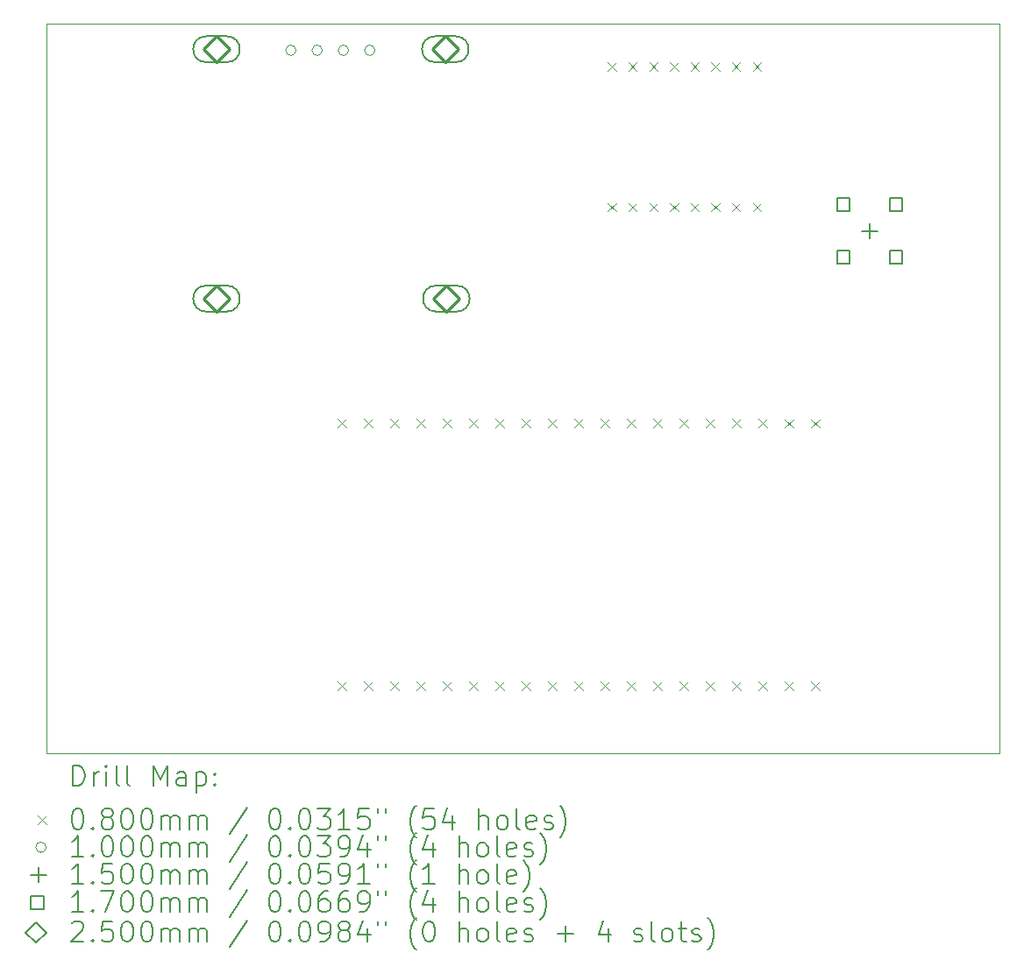
<source format=gbr>
%TF.GenerationSoftware,KiCad,Pcbnew,6.0.7+dfsg-1build1*%
%TF.CreationDate,2023-02-23T20:10:15+01:00*%
%TF.ProjectId,mqtt_bridge,6d717474-5f62-4726-9964-67652e6b6963,rev?*%
%TF.SameCoordinates,Original*%
%TF.FileFunction,Drillmap*%
%TF.FilePolarity,Positive*%
%FSLAX45Y45*%
G04 Gerber Fmt 4.5, Leading zero omitted, Abs format (unit mm)*
G04 Created by KiCad (PCBNEW 6.0.7+dfsg-1build1) date 2023-02-23 20:10:15*
%MOMM*%
%LPD*%
G01*
G04 APERTURE LIST*
%ADD10C,0.100000*%
%ADD11C,0.200000*%
%ADD12C,0.080000*%
%ADD13C,0.150000*%
%ADD14C,0.170000*%
%ADD15C,0.250000*%
G04 APERTURE END LIST*
D10*
X15900000Y-9750000D02*
X6700000Y-9750000D01*
X6700000Y-2700000D01*
X15900000Y-2700000D01*
X15900000Y-9750000D01*
D11*
D12*
X9510000Y-6520000D02*
X9590000Y-6600000D01*
X9590000Y-6520000D02*
X9510000Y-6600000D01*
X9510000Y-9060000D02*
X9590000Y-9140000D01*
X9590000Y-9060000D02*
X9510000Y-9140000D01*
X9764000Y-6520000D02*
X9844000Y-6600000D01*
X9844000Y-6520000D02*
X9764000Y-6600000D01*
X9764000Y-9060000D02*
X9844000Y-9140000D01*
X9844000Y-9060000D02*
X9764000Y-9140000D01*
X10018000Y-6520000D02*
X10098000Y-6600000D01*
X10098000Y-6520000D02*
X10018000Y-6600000D01*
X10018000Y-9060000D02*
X10098000Y-9140000D01*
X10098000Y-9060000D02*
X10018000Y-9140000D01*
X10272000Y-6520000D02*
X10352000Y-6600000D01*
X10352000Y-6520000D02*
X10272000Y-6600000D01*
X10272000Y-9060000D02*
X10352000Y-9140000D01*
X10352000Y-9060000D02*
X10272000Y-9140000D01*
X10526000Y-6520000D02*
X10606000Y-6600000D01*
X10606000Y-6520000D02*
X10526000Y-6600000D01*
X10526000Y-9060000D02*
X10606000Y-9140000D01*
X10606000Y-9060000D02*
X10526000Y-9140000D01*
X10780000Y-6520000D02*
X10860000Y-6600000D01*
X10860000Y-6520000D02*
X10780000Y-6600000D01*
X10780000Y-9060000D02*
X10860000Y-9140000D01*
X10860000Y-9060000D02*
X10780000Y-9140000D01*
X11034000Y-6520000D02*
X11114000Y-6600000D01*
X11114000Y-6520000D02*
X11034000Y-6600000D01*
X11034000Y-9060000D02*
X11114000Y-9140000D01*
X11114000Y-9060000D02*
X11034000Y-9140000D01*
X11288000Y-6520000D02*
X11368000Y-6600000D01*
X11368000Y-6520000D02*
X11288000Y-6600000D01*
X11288000Y-9060000D02*
X11368000Y-9140000D01*
X11368000Y-9060000D02*
X11288000Y-9140000D01*
X11542000Y-6520000D02*
X11622000Y-6600000D01*
X11622000Y-6520000D02*
X11542000Y-6600000D01*
X11542000Y-9060000D02*
X11622000Y-9140000D01*
X11622000Y-9060000D02*
X11542000Y-9140000D01*
X11796000Y-6520000D02*
X11876000Y-6600000D01*
X11876000Y-6520000D02*
X11796000Y-6600000D01*
X11796000Y-9060000D02*
X11876000Y-9140000D01*
X11876000Y-9060000D02*
X11796000Y-9140000D01*
X12050000Y-6520000D02*
X12130000Y-6600000D01*
X12130000Y-6520000D02*
X12050000Y-6600000D01*
X12050000Y-9060000D02*
X12130000Y-9140000D01*
X12130000Y-9060000D02*
X12050000Y-9140000D01*
X12119250Y-3070750D02*
X12199250Y-3150750D01*
X12199250Y-3070750D02*
X12119250Y-3150750D01*
X12119250Y-4430750D02*
X12199250Y-4510750D01*
X12199250Y-4430750D02*
X12119250Y-4510750D01*
X12304000Y-6520000D02*
X12384000Y-6600000D01*
X12384000Y-6520000D02*
X12304000Y-6600000D01*
X12304000Y-9060000D02*
X12384000Y-9140000D01*
X12384000Y-9060000D02*
X12304000Y-9140000D01*
X12319250Y-3070750D02*
X12399250Y-3150750D01*
X12399250Y-3070750D02*
X12319250Y-3150750D01*
X12319250Y-4430750D02*
X12399250Y-4510750D01*
X12399250Y-4430750D02*
X12319250Y-4510750D01*
X12519250Y-3070750D02*
X12599250Y-3150750D01*
X12599250Y-3070750D02*
X12519250Y-3150750D01*
X12519250Y-4430750D02*
X12599250Y-4510750D01*
X12599250Y-4430750D02*
X12519250Y-4510750D01*
X12558000Y-6520000D02*
X12638000Y-6600000D01*
X12638000Y-6520000D02*
X12558000Y-6600000D01*
X12558000Y-9060000D02*
X12638000Y-9140000D01*
X12638000Y-9060000D02*
X12558000Y-9140000D01*
X12719250Y-3070750D02*
X12799250Y-3150750D01*
X12799250Y-3070750D02*
X12719250Y-3150750D01*
X12719250Y-4430750D02*
X12799250Y-4510750D01*
X12799250Y-4430750D02*
X12719250Y-4510750D01*
X12812000Y-6520000D02*
X12892000Y-6600000D01*
X12892000Y-6520000D02*
X12812000Y-6600000D01*
X12812000Y-9060000D02*
X12892000Y-9140000D01*
X12892000Y-9060000D02*
X12812000Y-9140000D01*
X12919250Y-3070750D02*
X12999250Y-3150750D01*
X12999250Y-3070750D02*
X12919250Y-3150750D01*
X12919250Y-4430750D02*
X12999250Y-4510750D01*
X12999250Y-4430750D02*
X12919250Y-4510750D01*
X13066000Y-6520000D02*
X13146000Y-6600000D01*
X13146000Y-6520000D02*
X13066000Y-6600000D01*
X13066000Y-9060000D02*
X13146000Y-9140000D01*
X13146000Y-9060000D02*
X13066000Y-9140000D01*
X13119250Y-3070750D02*
X13199250Y-3150750D01*
X13199250Y-3070750D02*
X13119250Y-3150750D01*
X13119250Y-4430750D02*
X13199250Y-4510750D01*
X13199250Y-4430750D02*
X13119250Y-4510750D01*
X13319250Y-3070750D02*
X13399250Y-3150750D01*
X13399250Y-3070750D02*
X13319250Y-3150750D01*
X13319250Y-4430750D02*
X13399250Y-4510750D01*
X13399250Y-4430750D02*
X13319250Y-4510750D01*
X13320000Y-6520000D02*
X13400000Y-6600000D01*
X13400000Y-6520000D02*
X13320000Y-6600000D01*
X13320000Y-9060000D02*
X13400000Y-9140000D01*
X13400000Y-9060000D02*
X13320000Y-9140000D01*
X13519250Y-3070750D02*
X13599250Y-3150750D01*
X13599250Y-3070750D02*
X13519250Y-3150750D01*
X13519250Y-4430750D02*
X13599250Y-4510750D01*
X13599250Y-4430750D02*
X13519250Y-4510750D01*
X13574000Y-6520000D02*
X13654000Y-6600000D01*
X13654000Y-6520000D02*
X13574000Y-6600000D01*
X13574000Y-9060000D02*
X13654000Y-9140000D01*
X13654000Y-9060000D02*
X13574000Y-9140000D01*
X13827728Y-6520368D02*
X13907728Y-6600368D01*
X13907728Y-6520368D02*
X13827728Y-6600368D01*
X13828000Y-9060000D02*
X13908000Y-9140000D01*
X13908000Y-9060000D02*
X13828000Y-9140000D01*
X14081728Y-6520368D02*
X14161728Y-6600368D01*
X14161728Y-6520368D02*
X14081728Y-6600368D01*
X14082000Y-9060000D02*
X14162000Y-9140000D01*
X14162000Y-9060000D02*
X14082000Y-9140000D01*
D10*
X9108000Y-2955000D02*
G75*
G03*
X9108000Y-2955000I-50000J0D01*
G01*
X9362000Y-2955000D02*
G75*
G03*
X9362000Y-2955000I-50000J0D01*
G01*
X9616000Y-2955000D02*
G75*
G03*
X9616000Y-2955000I-50000J0D01*
G01*
X9870000Y-2955000D02*
G75*
G03*
X9870000Y-2955000I-50000J0D01*
G01*
D13*
X14650000Y-4625000D02*
X14650000Y-4775000D01*
X14575000Y-4700000D02*
X14725000Y-4700000D01*
D14*
X14456105Y-4506105D02*
X14456105Y-4385895D01*
X14335895Y-4385895D01*
X14335895Y-4506105D01*
X14456105Y-4506105D01*
X14456105Y-5014105D02*
X14456105Y-4893895D01*
X14335895Y-4893895D01*
X14335895Y-5014105D01*
X14456105Y-5014105D01*
X14964105Y-4506105D02*
X14964105Y-4385895D01*
X14843895Y-4385895D01*
X14843895Y-4506105D01*
X14964105Y-4506105D01*
X14964105Y-5014105D02*
X14964105Y-4893895D01*
X14843895Y-4893895D01*
X14843895Y-5014105D01*
X14964105Y-5014105D01*
D15*
X8340000Y-3070000D02*
X8465000Y-2945000D01*
X8340000Y-2820000D01*
X8215000Y-2945000D01*
X8340000Y-3070000D01*
D11*
X8440000Y-2820000D02*
X8240000Y-2820000D01*
X8440000Y-3070000D02*
X8240000Y-3070000D01*
X8240000Y-2820000D02*
G75*
G03*
X8240000Y-3070000I0J-125000D01*
G01*
X8440000Y-3070000D02*
G75*
G03*
X8440000Y-2820000I0J125000D01*
G01*
D15*
X8340000Y-5480000D02*
X8465000Y-5355000D01*
X8340000Y-5230000D01*
X8215000Y-5355000D01*
X8340000Y-5480000D01*
D11*
X8440000Y-5230000D02*
X8240000Y-5230000D01*
X8440000Y-5480000D02*
X8240000Y-5480000D01*
X8240000Y-5230000D02*
G75*
G03*
X8240000Y-5480000I0J-125000D01*
G01*
X8440000Y-5480000D02*
G75*
G03*
X8440000Y-5230000I0J125000D01*
G01*
D15*
X10550000Y-3070000D02*
X10675000Y-2945000D01*
X10550000Y-2820000D01*
X10425000Y-2945000D01*
X10550000Y-3070000D01*
D11*
X10650000Y-2820000D02*
X10450000Y-2820000D01*
X10650000Y-3070000D02*
X10450000Y-3070000D01*
X10450000Y-2820000D02*
G75*
G03*
X10450000Y-3070000I0J-125000D01*
G01*
X10650000Y-3070000D02*
G75*
G03*
X10650000Y-2820000I0J125000D01*
G01*
D15*
X10560000Y-5480000D02*
X10685000Y-5355000D01*
X10560000Y-5230000D01*
X10435000Y-5355000D01*
X10560000Y-5480000D01*
D11*
X10660000Y-5230000D02*
X10460000Y-5230000D01*
X10660000Y-5480000D02*
X10460000Y-5480000D01*
X10460000Y-5230000D02*
G75*
G03*
X10460000Y-5480000I0J-125000D01*
G01*
X10660000Y-5480000D02*
G75*
G03*
X10660000Y-5230000I0J125000D01*
G01*
X6952619Y-10065476D02*
X6952619Y-9865476D01*
X7000238Y-9865476D01*
X7028809Y-9875000D01*
X7047857Y-9894048D01*
X7057381Y-9913095D01*
X7066905Y-9951190D01*
X7066905Y-9979762D01*
X7057381Y-10017857D01*
X7047857Y-10036905D01*
X7028809Y-10055952D01*
X7000238Y-10065476D01*
X6952619Y-10065476D01*
X7152619Y-10065476D02*
X7152619Y-9932143D01*
X7152619Y-9970238D02*
X7162143Y-9951190D01*
X7171667Y-9941667D01*
X7190714Y-9932143D01*
X7209762Y-9932143D01*
X7276428Y-10065476D02*
X7276428Y-9932143D01*
X7276428Y-9865476D02*
X7266905Y-9875000D01*
X7276428Y-9884524D01*
X7285952Y-9875000D01*
X7276428Y-9865476D01*
X7276428Y-9884524D01*
X7400238Y-10065476D02*
X7381190Y-10055952D01*
X7371667Y-10036905D01*
X7371667Y-9865476D01*
X7505000Y-10065476D02*
X7485952Y-10055952D01*
X7476428Y-10036905D01*
X7476428Y-9865476D01*
X7733571Y-10065476D02*
X7733571Y-9865476D01*
X7800238Y-10008333D01*
X7866905Y-9865476D01*
X7866905Y-10065476D01*
X8047857Y-10065476D02*
X8047857Y-9960714D01*
X8038333Y-9941667D01*
X8019286Y-9932143D01*
X7981190Y-9932143D01*
X7962143Y-9941667D01*
X8047857Y-10055952D02*
X8028809Y-10065476D01*
X7981190Y-10065476D01*
X7962143Y-10055952D01*
X7952619Y-10036905D01*
X7952619Y-10017857D01*
X7962143Y-9998810D01*
X7981190Y-9989286D01*
X8028809Y-9989286D01*
X8047857Y-9979762D01*
X8143095Y-9932143D02*
X8143095Y-10132143D01*
X8143095Y-9941667D02*
X8162143Y-9932143D01*
X8200238Y-9932143D01*
X8219286Y-9941667D01*
X8228809Y-9951190D01*
X8238333Y-9970238D01*
X8238333Y-10027381D01*
X8228809Y-10046429D01*
X8219286Y-10055952D01*
X8200238Y-10065476D01*
X8162143Y-10065476D01*
X8143095Y-10055952D01*
X8324048Y-10046429D02*
X8333571Y-10055952D01*
X8324048Y-10065476D01*
X8314524Y-10055952D01*
X8324048Y-10046429D01*
X8324048Y-10065476D01*
X8324048Y-9941667D02*
X8333571Y-9951190D01*
X8324048Y-9960714D01*
X8314524Y-9951190D01*
X8324048Y-9941667D01*
X8324048Y-9960714D01*
D12*
X6615000Y-10355000D02*
X6695000Y-10435000D01*
X6695000Y-10355000D02*
X6615000Y-10435000D01*
D11*
X6990714Y-10285476D02*
X7009762Y-10285476D01*
X7028809Y-10295000D01*
X7038333Y-10304524D01*
X7047857Y-10323571D01*
X7057381Y-10361667D01*
X7057381Y-10409286D01*
X7047857Y-10447381D01*
X7038333Y-10466429D01*
X7028809Y-10475952D01*
X7009762Y-10485476D01*
X6990714Y-10485476D01*
X6971667Y-10475952D01*
X6962143Y-10466429D01*
X6952619Y-10447381D01*
X6943095Y-10409286D01*
X6943095Y-10361667D01*
X6952619Y-10323571D01*
X6962143Y-10304524D01*
X6971667Y-10295000D01*
X6990714Y-10285476D01*
X7143095Y-10466429D02*
X7152619Y-10475952D01*
X7143095Y-10485476D01*
X7133571Y-10475952D01*
X7143095Y-10466429D01*
X7143095Y-10485476D01*
X7266905Y-10371190D02*
X7247857Y-10361667D01*
X7238333Y-10352143D01*
X7228809Y-10333095D01*
X7228809Y-10323571D01*
X7238333Y-10304524D01*
X7247857Y-10295000D01*
X7266905Y-10285476D01*
X7305000Y-10285476D01*
X7324048Y-10295000D01*
X7333571Y-10304524D01*
X7343095Y-10323571D01*
X7343095Y-10333095D01*
X7333571Y-10352143D01*
X7324048Y-10361667D01*
X7305000Y-10371190D01*
X7266905Y-10371190D01*
X7247857Y-10380714D01*
X7238333Y-10390238D01*
X7228809Y-10409286D01*
X7228809Y-10447381D01*
X7238333Y-10466429D01*
X7247857Y-10475952D01*
X7266905Y-10485476D01*
X7305000Y-10485476D01*
X7324048Y-10475952D01*
X7333571Y-10466429D01*
X7343095Y-10447381D01*
X7343095Y-10409286D01*
X7333571Y-10390238D01*
X7324048Y-10380714D01*
X7305000Y-10371190D01*
X7466905Y-10285476D02*
X7485952Y-10285476D01*
X7505000Y-10295000D01*
X7514524Y-10304524D01*
X7524048Y-10323571D01*
X7533571Y-10361667D01*
X7533571Y-10409286D01*
X7524048Y-10447381D01*
X7514524Y-10466429D01*
X7505000Y-10475952D01*
X7485952Y-10485476D01*
X7466905Y-10485476D01*
X7447857Y-10475952D01*
X7438333Y-10466429D01*
X7428809Y-10447381D01*
X7419286Y-10409286D01*
X7419286Y-10361667D01*
X7428809Y-10323571D01*
X7438333Y-10304524D01*
X7447857Y-10295000D01*
X7466905Y-10285476D01*
X7657381Y-10285476D02*
X7676428Y-10285476D01*
X7695476Y-10295000D01*
X7705000Y-10304524D01*
X7714524Y-10323571D01*
X7724048Y-10361667D01*
X7724048Y-10409286D01*
X7714524Y-10447381D01*
X7705000Y-10466429D01*
X7695476Y-10475952D01*
X7676428Y-10485476D01*
X7657381Y-10485476D01*
X7638333Y-10475952D01*
X7628809Y-10466429D01*
X7619286Y-10447381D01*
X7609762Y-10409286D01*
X7609762Y-10361667D01*
X7619286Y-10323571D01*
X7628809Y-10304524D01*
X7638333Y-10295000D01*
X7657381Y-10285476D01*
X7809762Y-10485476D02*
X7809762Y-10352143D01*
X7809762Y-10371190D02*
X7819286Y-10361667D01*
X7838333Y-10352143D01*
X7866905Y-10352143D01*
X7885952Y-10361667D01*
X7895476Y-10380714D01*
X7895476Y-10485476D01*
X7895476Y-10380714D02*
X7905000Y-10361667D01*
X7924048Y-10352143D01*
X7952619Y-10352143D01*
X7971667Y-10361667D01*
X7981190Y-10380714D01*
X7981190Y-10485476D01*
X8076428Y-10485476D02*
X8076428Y-10352143D01*
X8076428Y-10371190D02*
X8085952Y-10361667D01*
X8105000Y-10352143D01*
X8133571Y-10352143D01*
X8152619Y-10361667D01*
X8162143Y-10380714D01*
X8162143Y-10485476D01*
X8162143Y-10380714D02*
X8171667Y-10361667D01*
X8190714Y-10352143D01*
X8219286Y-10352143D01*
X8238333Y-10361667D01*
X8247857Y-10380714D01*
X8247857Y-10485476D01*
X8638333Y-10275952D02*
X8466905Y-10533095D01*
X8895476Y-10285476D02*
X8914524Y-10285476D01*
X8933571Y-10295000D01*
X8943095Y-10304524D01*
X8952619Y-10323571D01*
X8962143Y-10361667D01*
X8962143Y-10409286D01*
X8952619Y-10447381D01*
X8943095Y-10466429D01*
X8933571Y-10475952D01*
X8914524Y-10485476D01*
X8895476Y-10485476D01*
X8876429Y-10475952D01*
X8866905Y-10466429D01*
X8857381Y-10447381D01*
X8847857Y-10409286D01*
X8847857Y-10361667D01*
X8857381Y-10323571D01*
X8866905Y-10304524D01*
X8876429Y-10295000D01*
X8895476Y-10285476D01*
X9047857Y-10466429D02*
X9057381Y-10475952D01*
X9047857Y-10485476D01*
X9038333Y-10475952D01*
X9047857Y-10466429D01*
X9047857Y-10485476D01*
X9181190Y-10285476D02*
X9200238Y-10285476D01*
X9219286Y-10295000D01*
X9228810Y-10304524D01*
X9238333Y-10323571D01*
X9247857Y-10361667D01*
X9247857Y-10409286D01*
X9238333Y-10447381D01*
X9228810Y-10466429D01*
X9219286Y-10475952D01*
X9200238Y-10485476D01*
X9181190Y-10485476D01*
X9162143Y-10475952D01*
X9152619Y-10466429D01*
X9143095Y-10447381D01*
X9133571Y-10409286D01*
X9133571Y-10361667D01*
X9143095Y-10323571D01*
X9152619Y-10304524D01*
X9162143Y-10295000D01*
X9181190Y-10285476D01*
X9314524Y-10285476D02*
X9438333Y-10285476D01*
X9371667Y-10361667D01*
X9400238Y-10361667D01*
X9419286Y-10371190D01*
X9428810Y-10380714D01*
X9438333Y-10399762D01*
X9438333Y-10447381D01*
X9428810Y-10466429D01*
X9419286Y-10475952D01*
X9400238Y-10485476D01*
X9343095Y-10485476D01*
X9324048Y-10475952D01*
X9314524Y-10466429D01*
X9628810Y-10485476D02*
X9514524Y-10485476D01*
X9571667Y-10485476D02*
X9571667Y-10285476D01*
X9552619Y-10314048D01*
X9533571Y-10333095D01*
X9514524Y-10342619D01*
X9809762Y-10285476D02*
X9714524Y-10285476D01*
X9705000Y-10380714D01*
X9714524Y-10371190D01*
X9733571Y-10361667D01*
X9781190Y-10361667D01*
X9800238Y-10371190D01*
X9809762Y-10380714D01*
X9819286Y-10399762D01*
X9819286Y-10447381D01*
X9809762Y-10466429D01*
X9800238Y-10475952D01*
X9781190Y-10485476D01*
X9733571Y-10485476D01*
X9714524Y-10475952D01*
X9705000Y-10466429D01*
X9895476Y-10285476D02*
X9895476Y-10323571D01*
X9971667Y-10285476D02*
X9971667Y-10323571D01*
X10266905Y-10561667D02*
X10257381Y-10552143D01*
X10238333Y-10523571D01*
X10228810Y-10504524D01*
X10219286Y-10475952D01*
X10209762Y-10428333D01*
X10209762Y-10390238D01*
X10219286Y-10342619D01*
X10228810Y-10314048D01*
X10238333Y-10295000D01*
X10257381Y-10266429D01*
X10266905Y-10256905D01*
X10438333Y-10285476D02*
X10343095Y-10285476D01*
X10333571Y-10380714D01*
X10343095Y-10371190D01*
X10362143Y-10361667D01*
X10409762Y-10361667D01*
X10428810Y-10371190D01*
X10438333Y-10380714D01*
X10447857Y-10399762D01*
X10447857Y-10447381D01*
X10438333Y-10466429D01*
X10428810Y-10475952D01*
X10409762Y-10485476D01*
X10362143Y-10485476D01*
X10343095Y-10475952D01*
X10333571Y-10466429D01*
X10619286Y-10352143D02*
X10619286Y-10485476D01*
X10571667Y-10275952D02*
X10524048Y-10418810D01*
X10647857Y-10418810D01*
X10876429Y-10485476D02*
X10876429Y-10285476D01*
X10962143Y-10485476D02*
X10962143Y-10380714D01*
X10952619Y-10361667D01*
X10933571Y-10352143D01*
X10905000Y-10352143D01*
X10885952Y-10361667D01*
X10876429Y-10371190D01*
X11085952Y-10485476D02*
X11066905Y-10475952D01*
X11057381Y-10466429D01*
X11047857Y-10447381D01*
X11047857Y-10390238D01*
X11057381Y-10371190D01*
X11066905Y-10361667D01*
X11085952Y-10352143D01*
X11114524Y-10352143D01*
X11133571Y-10361667D01*
X11143095Y-10371190D01*
X11152619Y-10390238D01*
X11152619Y-10447381D01*
X11143095Y-10466429D01*
X11133571Y-10475952D01*
X11114524Y-10485476D01*
X11085952Y-10485476D01*
X11266905Y-10485476D02*
X11247857Y-10475952D01*
X11238333Y-10456905D01*
X11238333Y-10285476D01*
X11419286Y-10475952D02*
X11400238Y-10485476D01*
X11362143Y-10485476D01*
X11343095Y-10475952D01*
X11333571Y-10456905D01*
X11333571Y-10380714D01*
X11343095Y-10361667D01*
X11362143Y-10352143D01*
X11400238Y-10352143D01*
X11419286Y-10361667D01*
X11428809Y-10380714D01*
X11428809Y-10399762D01*
X11333571Y-10418810D01*
X11505000Y-10475952D02*
X11524048Y-10485476D01*
X11562143Y-10485476D01*
X11581190Y-10475952D01*
X11590714Y-10456905D01*
X11590714Y-10447381D01*
X11581190Y-10428333D01*
X11562143Y-10418810D01*
X11533571Y-10418810D01*
X11514524Y-10409286D01*
X11505000Y-10390238D01*
X11505000Y-10380714D01*
X11514524Y-10361667D01*
X11533571Y-10352143D01*
X11562143Y-10352143D01*
X11581190Y-10361667D01*
X11657381Y-10561667D02*
X11666905Y-10552143D01*
X11685952Y-10523571D01*
X11695476Y-10504524D01*
X11705000Y-10475952D01*
X11714524Y-10428333D01*
X11714524Y-10390238D01*
X11705000Y-10342619D01*
X11695476Y-10314048D01*
X11685952Y-10295000D01*
X11666905Y-10266429D01*
X11657381Y-10256905D01*
D10*
X6695000Y-10659000D02*
G75*
G03*
X6695000Y-10659000I-50000J0D01*
G01*
D11*
X7057381Y-10749476D02*
X6943095Y-10749476D01*
X7000238Y-10749476D02*
X7000238Y-10549476D01*
X6981190Y-10578048D01*
X6962143Y-10597095D01*
X6943095Y-10606619D01*
X7143095Y-10730429D02*
X7152619Y-10739952D01*
X7143095Y-10749476D01*
X7133571Y-10739952D01*
X7143095Y-10730429D01*
X7143095Y-10749476D01*
X7276428Y-10549476D02*
X7295476Y-10549476D01*
X7314524Y-10559000D01*
X7324048Y-10568524D01*
X7333571Y-10587571D01*
X7343095Y-10625667D01*
X7343095Y-10673286D01*
X7333571Y-10711381D01*
X7324048Y-10730429D01*
X7314524Y-10739952D01*
X7295476Y-10749476D01*
X7276428Y-10749476D01*
X7257381Y-10739952D01*
X7247857Y-10730429D01*
X7238333Y-10711381D01*
X7228809Y-10673286D01*
X7228809Y-10625667D01*
X7238333Y-10587571D01*
X7247857Y-10568524D01*
X7257381Y-10559000D01*
X7276428Y-10549476D01*
X7466905Y-10549476D02*
X7485952Y-10549476D01*
X7505000Y-10559000D01*
X7514524Y-10568524D01*
X7524048Y-10587571D01*
X7533571Y-10625667D01*
X7533571Y-10673286D01*
X7524048Y-10711381D01*
X7514524Y-10730429D01*
X7505000Y-10739952D01*
X7485952Y-10749476D01*
X7466905Y-10749476D01*
X7447857Y-10739952D01*
X7438333Y-10730429D01*
X7428809Y-10711381D01*
X7419286Y-10673286D01*
X7419286Y-10625667D01*
X7428809Y-10587571D01*
X7438333Y-10568524D01*
X7447857Y-10559000D01*
X7466905Y-10549476D01*
X7657381Y-10549476D02*
X7676428Y-10549476D01*
X7695476Y-10559000D01*
X7705000Y-10568524D01*
X7714524Y-10587571D01*
X7724048Y-10625667D01*
X7724048Y-10673286D01*
X7714524Y-10711381D01*
X7705000Y-10730429D01*
X7695476Y-10739952D01*
X7676428Y-10749476D01*
X7657381Y-10749476D01*
X7638333Y-10739952D01*
X7628809Y-10730429D01*
X7619286Y-10711381D01*
X7609762Y-10673286D01*
X7609762Y-10625667D01*
X7619286Y-10587571D01*
X7628809Y-10568524D01*
X7638333Y-10559000D01*
X7657381Y-10549476D01*
X7809762Y-10749476D02*
X7809762Y-10616143D01*
X7809762Y-10635190D02*
X7819286Y-10625667D01*
X7838333Y-10616143D01*
X7866905Y-10616143D01*
X7885952Y-10625667D01*
X7895476Y-10644714D01*
X7895476Y-10749476D01*
X7895476Y-10644714D02*
X7905000Y-10625667D01*
X7924048Y-10616143D01*
X7952619Y-10616143D01*
X7971667Y-10625667D01*
X7981190Y-10644714D01*
X7981190Y-10749476D01*
X8076428Y-10749476D02*
X8076428Y-10616143D01*
X8076428Y-10635190D02*
X8085952Y-10625667D01*
X8105000Y-10616143D01*
X8133571Y-10616143D01*
X8152619Y-10625667D01*
X8162143Y-10644714D01*
X8162143Y-10749476D01*
X8162143Y-10644714D02*
X8171667Y-10625667D01*
X8190714Y-10616143D01*
X8219286Y-10616143D01*
X8238333Y-10625667D01*
X8247857Y-10644714D01*
X8247857Y-10749476D01*
X8638333Y-10539952D02*
X8466905Y-10797095D01*
X8895476Y-10549476D02*
X8914524Y-10549476D01*
X8933571Y-10559000D01*
X8943095Y-10568524D01*
X8952619Y-10587571D01*
X8962143Y-10625667D01*
X8962143Y-10673286D01*
X8952619Y-10711381D01*
X8943095Y-10730429D01*
X8933571Y-10739952D01*
X8914524Y-10749476D01*
X8895476Y-10749476D01*
X8876429Y-10739952D01*
X8866905Y-10730429D01*
X8857381Y-10711381D01*
X8847857Y-10673286D01*
X8847857Y-10625667D01*
X8857381Y-10587571D01*
X8866905Y-10568524D01*
X8876429Y-10559000D01*
X8895476Y-10549476D01*
X9047857Y-10730429D02*
X9057381Y-10739952D01*
X9047857Y-10749476D01*
X9038333Y-10739952D01*
X9047857Y-10730429D01*
X9047857Y-10749476D01*
X9181190Y-10549476D02*
X9200238Y-10549476D01*
X9219286Y-10559000D01*
X9228810Y-10568524D01*
X9238333Y-10587571D01*
X9247857Y-10625667D01*
X9247857Y-10673286D01*
X9238333Y-10711381D01*
X9228810Y-10730429D01*
X9219286Y-10739952D01*
X9200238Y-10749476D01*
X9181190Y-10749476D01*
X9162143Y-10739952D01*
X9152619Y-10730429D01*
X9143095Y-10711381D01*
X9133571Y-10673286D01*
X9133571Y-10625667D01*
X9143095Y-10587571D01*
X9152619Y-10568524D01*
X9162143Y-10559000D01*
X9181190Y-10549476D01*
X9314524Y-10549476D02*
X9438333Y-10549476D01*
X9371667Y-10625667D01*
X9400238Y-10625667D01*
X9419286Y-10635190D01*
X9428810Y-10644714D01*
X9438333Y-10663762D01*
X9438333Y-10711381D01*
X9428810Y-10730429D01*
X9419286Y-10739952D01*
X9400238Y-10749476D01*
X9343095Y-10749476D01*
X9324048Y-10739952D01*
X9314524Y-10730429D01*
X9533571Y-10749476D02*
X9571667Y-10749476D01*
X9590714Y-10739952D01*
X9600238Y-10730429D01*
X9619286Y-10701857D01*
X9628810Y-10663762D01*
X9628810Y-10587571D01*
X9619286Y-10568524D01*
X9609762Y-10559000D01*
X9590714Y-10549476D01*
X9552619Y-10549476D01*
X9533571Y-10559000D01*
X9524048Y-10568524D01*
X9514524Y-10587571D01*
X9514524Y-10635190D01*
X9524048Y-10654238D01*
X9533571Y-10663762D01*
X9552619Y-10673286D01*
X9590714Y-10673286D01*
X9609762Y-10663762D01*
X9619286Y-10654238D01*
X9628810Y-10635190D01*
X9800238Y-10616143D02*
X9800238Y-10749476D01*
X9752619Y-10539952D02*
X9705000Y-10682810D01*
X9828810Y-10682810D01*
X9895476Y-10549476D02*
X9895476Y-10587571D01*
X9971667Y-10549476D02*
X9971667Y-10587571D01*
X10266905Y-10825667D02*
X10257381Y-10816143D01*
X10238333Y-10787571D01*
X10228810Y-10768524D01*
X10219286Y-10739952D01*
X10209762Y-10692333D01*
X10209762Y-10654238D01*
X10219286Y-10606619D01*
X10228810Y-10578048D01*
X10238333Y-10559000D01*
X10257381Y-10530429D01*
X10266905Y-10520905D01*
X10428810Y-10616143D02*
X10428810Y-10749476D01*
X10381190Y-10539952D02*
X10333571Y-10682810D01*
X10457381Y-10682810D01*
X10685952Y-10749476D02*
X10685952Y-10549476D01*
X10771667Y-10749476D02*
X10771667Y-10644714D01*
X10762143Y-10625667D01*
X10743095Y-10616143D01*
X10714524Y-10616143D01*
X10695476Y-10625667D01*
X10685952Y-10635190D01*
X10895476Y-10749476D02*
X10876429Y-10739952D01*
X10866905Y-10730429D01*
X10857381Y-10711381D01*
X10857381Y-10654238D01*
X10866905Y-10635190D01*
X10876429Y-10625667D01*
X10895476Y-10616143D01*
X10924048Y-10616143D01*
X10943095Y-10625667D01*
X10952619Y-10635190D01*
X10962143Y-10654238D01*
X10962143Y-10711381D01*
X10952619Y-10730429D01*
X10943095Y-10739952D01*
X10924048Y-10749476D01*
X10895476Y-10749476D01*
X11076429Y-10749476D02*
X11057381Y-10739952D01*
X11047857Y-10720905D01*
X11047857Y-10549476D01*
X11228809Y-10739952D02*
X11209762Y-10749476D01*
X11171667Y-10749476D01*
X11152619Y-10739952D01*
X11143095Y-10720905D01*
X11143095Y-10644714D01*
X11152619Y-10625667D01*
X11171667Y-10616143D01*
X11209762Y-10616143D01*
X11228809Y-10625667D01*
X11238333Y-10644714D01*
X11238333Y-10663762D01*
X11143095Y-10682810D01*
X11314524Y-10739952D02*
X11333571Y-10749476D01*
X11371667Y-10749476D01*
X11390714Y-10739952D01*
X11400238Y-10720905D01*
X11400238Y-10711381D01*
X11390714Y-10692333D01*
X11371667Y-10682810D01*
X11343095Y-10682810D01*
X11324048Y-10673286D01*
X11314524Y-10654238D01*
X11314524Y-10644714D01*
X11324048Y-10625667D01*
X11343095Y-10616143D01*
X11371667Y-10616143D01*
X11390714Y-10625667D01*
X11466905Y-10825667D02*
X11476428Y-10816143D01*
X11495476Y-10787571D01*
X11505000Y-10768524D01*
X11514524Y-10739952D01*
X11524048Y-10692333D01*
X11524048Y-10654238D01*
X11514524Y-10606619D01*
X11505000Y-10578048D01*
X11495476Y-10559000D01*
X11476428Y-10530429D01*
X11466905Y-10520905D01*
D13*
X6620000Y-10848000D02*
X6620000Y-10998000D01*
X6545000Y-10923000D02*
X6695000Y-10923000D01*
D11*
X7057381Y-11013476D02*
X6943095Y-11013476D01*
X7000238Y-11013476D02*
X7000238Y-10813476D01*
X6981190Y-10842048D01*
X6962143Y-10861095D01*
X6943095Y-10870619D01*
X7143095Y-10994429D02*
X7152619Y-11003952D01*
X7143095Y-11013476D01*
X7133571Y-11003952D01*
X7143095Y-10994429D01*
X7143095Y-11013476D01*
X7333571Y-10813476D02*
X7238333Y-10813476D01*
X7228809Y-10908714D01*
X7238333Y-10899190D01*
X7257381Y-10889667D01*
X7305000Y-10889667D01*
X7324048Y-10899190D01*
X7333571Y-10908714D01*
X7343095Y-10927762D01*
X7343095Y-10975381D01*
X7333571Y-10994429D01*
X7324048Y-11003952D01*
X7305000Y-11013476D01*
X7257381Y-11013476D01*
X7238333Y-11003952D01*
X7228809Y-10994429D01*
X7466905Y-10813476D02*
X7485952Y-10813476D01*
X7505000Y-10823000D01*
X7514524Y-10832524D01*
X7524048Y-10851571D01*
X7533571Y-10889667D01*
X7533571Y-10937286D01*
X7524048Y-10975381D01*
X7514524Y-10994429D01*
X7505000Y-11003952D01*
X7485952Y-11013476D01*
X7466905Y-11013476D01*
X7447857Y-11003952D01*
X7438333Y-10994429D01*
X7428809Y-10975381D01*
X7419286Y-10937286D01*
X7419286Y-10889667D01*
X7428809Y-10851571D01*
X7438333Y-10832524D01*
X7447857Y-10823000D01*
X7466905Y-10813476D01*
X7657381Y-10813476D02*
X7676428Y-10813476D01*
X7695476Y-10823000D01*
X7705000Y-10832524D01*
X7714524Y-10851571D01*
X7724048Y-10889667D01*
X7724048Y-10937286D01*
X7714524Y-10975381D01*
X7705000Y-10994429D01*
X7695476Y-11003952D01*
X7676428Y-11013476D01*
X7657381Y-11013476D01*
X7638333Y-11003952D01*
X7628809Y-10994429D01*
X7619286Y-10975381D01*
X7609762Y-10937286D01*
X7609762Y-10889667D01*
X7619286Y-10851571D01*
X7628809Y-10832524D01*
X7638333Y-10823000D01*
X7657381Y-10813476D01*
X7809762Y-11013476D02*
X7809762Y-10880143D01*
X7809762Y-10899190D02*
X7819286Y-10889667D01*
X7838333Y-10880143D01*
X7866905Y-10880143D01*
X7885952Y-10889667D01*
X7895476Y-10908714D01*
X7895476Y-11013476D01*
X7895476Y-10908714D02*
X7905000Y-10889667D01*
X7924048Y-10880143D01*
X7952619Y-10880143D01*
X7971667Y-10889667D01*
X7981190Y-10908714D01*
X7981190Y-11013476D01*
X8076428Y-11013476D02*
X8076428Y-10880143D01*
X8076428Y-10899190D02*
X8085952Y-10889667D01*
X8105000Y-10880143D01*
X8133571Y-10880143D01*
X8152619Y-10889667D01*
X8162143Y-10908714D01*
X8162143Y-11013476D01*
X8162143Y-10908714D02*
X8171667Y-10889667D01*
X8190714Y-10880143D01*
X8219286Y-10880143D01*
X8238333Y-10889667D01*
X8247857Y-10908714D01*
X8247857Y-11013476D01*
X8638333Y-10803952D02*
X8466905Y-11061095D01*
X8895476Y-10813476D02*
X8914524Y-10813476D01*
X8933571Y-10823000D01*
X8943095Y-10832524D01*
X8952619Y-10851571D01*
X8962143Y-10889667D01*
X8962143Y-10937286D01*
X8952619Y-10975381D01*
X8943095Y-10994429D01*
X8933571Y-11003952D01*
X8914524Y-11013476D01*
X8895476Y-11013476D01*
X8876429Y-11003952D01*
X8866905Y-10994429D01*
X8857381Y-10975381D01*
X8847857Y-10937286D01*
X8847857Y-10889667D01*
X8857381Y-10851571D01*
X8866905Y-10832524D01*
X8876429Y-10823000D01*
X8895476Y-10813476D01*
X9047857Y-10994429D02*
X9057381Y-11003952D01*
X9047857Y-11013476D01*
X9038333Y-11003952D01*
X9047857Y-10994429D01*
X9047857Y-11013476D01*
X9181190Y-10813476D02*
X9200238Y-10813476D01*
X9219286Y-10823000D01*
X9228810Y-10832524D01*
X9238333Y-10851571D01*
X9247857Y-10889667D01*
X9247857Y-10937286D01*
X9238333Y-10975381D01*
X9228810Y-10994429D01*
X9219286Y-11003952D01*
X9200238Y-11013476D01*
X9181190Y-11013476D01*
X9162143Y-11003952D01*
X9152619Y-10994429D01*
X9143095Y-10975381D01*
X9133571Y-10937286D01*
X9133571Y-10889667D01*
X9143095Y-10851571D01*
X9152619Y-10832524D01*
X9162143Y-10823000D01*
X9181190Y-10813476D01*
X9428810Y-10813476D02*
X9333571Y-10813476D01*
X9324048Y-10908714D01*
X9333571Y-10899190D01*
X9352619Y-10889667D01*
X9400238Y-10889667D01*
X9419286Y-10899190D01*
X9428810Y-10908714D01*
X9438333Y-10927762D01*
X9438333Y-10975381D01*
X9428810Y-10994429D01*
X9419286Y-11003952D01*
X9400238Y-11013476D01*
X9352619Y-11013476D01*
X9333571Y-11003952D01*
X9324048Y-10994429D01*
X9533571Y-11013476D02*
X9571667Y-11013476D01*
X9590714Y-11003952D01*
X9600238Y-10994429D01*
X9619286Y-10965857D01*
X9628810Y-10927762D01*
X9628810Y-10851571D01*
X9619286Y-10832524D01*
X9609762Y-10823000D01*
X9590714Y-10813476D01*
X9552619Y-10813476D01*
X9533571Y-10823000D01*
X9524048Y-10832524D01*
X9514524Y-10851571D01*
X9514524Y-10899190D01*
X9524048Y-10918238D01*
X9533571Y-10927762D01*
X9552619Y-10937286D01*
X9590714Y-10937286D01*
X9609762Y-10927762D01*
X9619286Y-10918238D01*
X9628810Y-10899190D01*
X9819286Y-11013476D02*
X9705000Y-11013476D01*
X9762143Y-11013476D02*
X9762143Y-10813476D01*
X9743095Y-10842048D01*
X9724048Y-10861095D01*
X9705000Y-10870619D01*
X9895476Y-10813476D02*
X9895476Y-10851571D01*
X9971667Y-10813476D02*
X9971667Y-10851571D01*
X10266905Y-11089667D02*
X10257381Y-11080143D01*
X10238333Y-11051571D01*
X10228810Y-11032524D01*
X10219286Y-11003952D01*
X10209762Y-10956333D01*
X10209762Y-10918238D01*
X10219286Y-10870619D01*
X10228810Y-10842048D01*
X10238333Y-10823000D01*
X10257381Y-10794429D01*
X10266905Y-10784905D01*
X10447857Y-11013476D02*
X10333571Y-11013476D01*
X10390714Y-11013476D02*
X10390714Y-10813476D01*
X10371667Y-10842048D01*
X10352619Y-10861095D01*
X10333571Y-10870619D01*
X10685952Y-11013476D02*
X10685952Y-10813476D01*
X10771667Y-11013476D02*
X10771667Y-10908714D01*
X10762143Y-10889667D01*
X10743095Y-10880143D01*
X10714524Y-10880143D01*
X10695476Y-10889667D01*
X10685952Y-10899190D01*
X10895476Y-11013476D02*
X10876429Y-11003952D01*
X10866905Y-10994429D01*
X10857381Y-10975381D01*
X10857381Y-10918238D01*
X10866905Y-10899190D01*
X10876429Y-10889667D01*
X10895476Y-10880143D01*
X10924048Y-10880143D01*
X10943095Y-10889667D01*
X10952619Y-10899190D01*
X10962143Y-10918238D01*
X10962143Y-10975381D01*
X10952619Y-10994429D01*
X10943095Y-11003952D01*
X10924048Y-11013476D01*
X10895476Y-11013476D01*
X11076429Y-11013476D02*
X11057381Y-11003952D01*
X11047857Y-10984905D01*
X11047857Y-10813476D01*
X11228809Y-11003952D02*
X11209762Y-11013476D01*
X11171667Y-11013476D01*
X11152619Y-11003952D01*
X11143095Y-10984905D01*
X11143095Y-10908714D01*
X11152619Y-10889667D01*
X11171667Y-10880143D01*
X11209762Y-10880143D01*
X11228809Y-10889667D01*
X11238333Y-10908714D01*
X11238333Y-10927762D01*
X11143095Y-10946810D01*
X11305000Y-11089667D02*
X11314524Y-11080143D01*
X11333571Y-11051571D01*
X11343095Y-11032524D01*
X11352619Y-11003952D01*
X11362143Y-10956333D01*
X11362143Y-10918238D01*
X11352619Y-10870619D01*
X11343095Y-10842048D01*
X11333571Y-10823000D01*
X11314524Y-10794429D01*
X11305000Y-10784905D01*
D14*
X6670105Y-11253105D02*
X6670105Y-11132895D01*
X6549895Y-11132895D01*
X6549895Y-11253105D01*
X6670105Y-11253105D01*
D11*
X7057381Y-11283476D02*
X6943095Y-11283476D01*
X7000238Y-11283476D02*
X7000238Y-11083476D01*
X6981190Y-11112048D01*
X6962143Y-11131095D01*
X6943095Y-11140619D01*
X7143095Y-11264428D02*
X7152619Y-11273952D01*
X7143095Y-11283476D01*
X7133571Y-11273952D01*
X7143095Y-11264428D01*
X7143095Y-11283476D01*
X7219286Y-11083476D02*
X7352619Y-11083476D01*
X7266905Y-11283476D01*
X7466905Y-11083476D02*
X7485952Y-11083476D01*
X7505000Y-11093000D01*
X7514524Y-11102524D01*
X7524048Y-11121571D01*
X7533571Y-11159667D01*
X7533571Y-11207286D01*
X7524048Y-11245381D01*
X7514524Y-11264428D01*
X7505000Y-11273952D01*
X7485952Y-11283476D01*
X7466905Y-11283476D01*
X7447857Y-11273952D01*
X7438333Y-11264428D01*
X7428809Y-11245381D01*
X7419286Y-11207286D01*
X7419286Y-11159667D01*
X7428809Y-11121571D01*
X7438333Y-11102524D01*
X7447857Y-11093000D01*
X7466905Y-11083476D01*
X7657381Y-11083476D02*
X7676428Y-11083476D01*
X7695476Y-11093000D01*
X7705000Y-11102524D01*
X7714524Y-11121571D01*
X7724048Y-11159667D01*
X7724048Y-11207286D01*
X7714524Y-11245381D01*
X7705000Y-11264428D01*
X7695476Y-11273952D01*
X7676428Y-11283476D01*
X7657381Y-11283476D01*
X7638333Y-11273952D01*
X7628809Y-11264428D01*
X7619286Y-11245381D01*
X7609762Y-11207286D01*
X7609762Y-11159667D01*
X7619286Y-11121571D01*
X7628809Y-11102524D01*
X7638333Y-11093000D01*
X7657381Y-11083476D01*
X7809762Y-11283476D02*
X7809762Y-11150143D01*
X7809762Y-11169190D02*
X7819286Y-11159667D01*
X7838333Y-11150143D01*
X7866905Y-11150143D01*
X7885952Y-11159667D01*
X7895476Y-11178714D01*
X7895476Y-11283476D01*
X7895476Y-11178714D02*
X7905000Y-11159667D01*
X7924048Y-11150143D01*
X7952619Y-11150143D01*
X7971667Y-11159667D01*
X7981190Y-11178714D01*
X7981190Y-11283476D01*
X8076428Y-11283476D02*
X8076428Y-11150143D01*
X8076428Y-11169190D02*
X8085952Y-11159667D01*
X8105000Y-11150143D01*
X8133571Y-11150143D01*
X8152619Y-11159667D01*
X8162143Y-11178714D01*
X8162143Y-11283476D01*
X8162143Y-11178714D02*
X8171667Y-11159667D01*
X8190714Y-11150143D01*
X8219286Y-11150143D01*
X8238333Y-11159667D01*
X8247857Y-11178714D01*
X8247857Y-11283476D01*
X8638333Y-11073952D02*
X8466905Y-11331095D01*
X8895476Y-11083476D02*
X8914524Y-11083476D01*
X8933571Y-11093000D01*
X8943095Y-11102524D01*
X8952619Y-11121571D01*
X8962143Y-11159667D01*
X8962143Y-11207286D01*
X8952619Y-11245381D01*
X8943095Y-11264428D01*
X8933571Y-11273952D01*
X8914524Y-11283476D01*
X8895476Y-11283476D01*
X8876429Y-11273952D01*
X8866905Y-11264428D01*
X8857381Y-11245381D01*
X8847857Y-11207286D01*
X8847857Y-11159667D01*
X8857381Y-11121571D01*
X8866905Y-11102524D01*
X8876429Y-11093000D01*
X8895476Y-11083476D01*
X9047857Y-11264428D02*
X9057381Y-11273952D01*
X9047857Y-11283476D01*
X9038333Y-11273952D01*
X9047857Y-11264428D01*
X9047857Y-11283476D01*
X9181190Y-11083476D02*
X9200238Y-11083476D01*
X9219286Y-11093000D01*
X9228810Y-11102524D01*
X9238333Y-11121571D01*
X9247857Y-11159667D01*
X9247857Y-11207286D01*
X9238333Y-11245381D01*
X9228810Y-11264428D01*
X9219286Y-11273952D01*
X9200238Y-11283476D01*
X9181190Y-11283476D01*
X9162143Y-11273952D01*
X9152619Y-11264428D01*
X9143095Y-11245381D01*
X9133571Y-11207286D01*
X9133571Y-11159667D01*
X9143095Y-11121571D01*
X9152619Y-11102524D01*
X9162143Y-11093000D01*
X9181190Y-11083476D01*
X9419286Y-11083476D02*
X9381190Y-11083476D01*
X9362143Y-11093000D01*
X9352619Y-11102524D01*
X9333571Y-11131095D01*
X9324048Y-11169190D01*
X9324048Y-11245381D01*
X9333571Y-11264428D01*
X9343095Y-11273952D01*
X9362143Y-11283476D01*
X9400238Y-11283476D01*
X9419286Y-11273952D01*
X9428810Y-11264428D01*
X9438333Y-11245381D01*
X9438333Y-11197762D01*
X9428810Y-11178714D01*
X9419286Y-11169190D01*
X9400238Y-11159667D01*
X9362143Y-11159667D01*
X9343095Y-11169190D01*
X9333571Y-11178714D01*
X9324048Y-11197762D01*
X9609762Y-11083476D02*
X9571667Y-11083476D01*
X9552619Y-11093000D01*
X9543095Y-11102524D01*
X9524048Y-11131095D01*
X9514524Y-11169190D01*
X9514524Y-11245381D01*
X9524048Y-11264428D01*
X9533571Y-11273952D01*
X9552619Y-11283476D01*
X9590714Y-11283476D01*
X9609762Y-11273952D01*
X9619286Y-11264428D01*
X9628810Y-11245381D01*
X9628810Y-11197762D01*
X9619286Y-11178714D01*
X9609762Y-11169190D01*
X9590714Y-11159667D01*
X9552619Y-11159667D01*
X9533571Y-11169190D01*
X9524048Y-11178714D01*
X9514524Y-11197762D01*
X9724048Y-11283476D02*
X9762143Y-11283476D01*
X9781190Y-11273952D01*
X9790714Y-11264428D01*
X9809762Y-11235857D01*
X9819286Y-11197762D01*
X9819286Y-11121571D01*
X9809762Y-11102524D01*
X9800238Y-11093000D01*
X9781190Y-11083476D01*
X9743095Y-11083476D01*
X9724048Y-11093000D01*
X9714524Y-11102524D01*
X9705000Y-11121571D01*
X9705000Y-11169190D01*
X9714524Y-11188238D01*
X9724048Y-11197762D01*
X9743095Y-11207286D01*
X9781190Y-11207286D01*
X9800238Y-11197762D01*
X9809762Y-11188238D01*
X9819286Y-11169190D01*
X9895476Y-11083476D02*
X9895476Y-11121571D01*
X9971667Y-11083476D02*
X9971667Y-11121571D01*
X10266905Y-11359667D02*
X10257381Y-11350143D01*
X10238333Y-11321571D01*
X10228810Y-11302524D01*
X10219286Y-11273952D01*
X10209762Y-11226333D01*
X10209762Y-11188238D01*
X10219286Y-11140619D01*
X10228810Y-11112048D01*
X10238333Y-11093000D01*
X10257381Y-11064429D01*
X10266905Y-11054905D01*
X10428810Y-11150143D02*
X10428810Y-11283476D01*
X10381190Y-11073952D02*
X10333571Y-11216809D01*
X10457381Y-11216809D01*
X10685952Y-11283476D02*
X10685952Y-11083476D01*
X10771667Y-11283476D02*
X10771667Y-11178714D01*
X10762143Y-11159667D01*
X10743095Y-11150143D01*
X10714524Y-11150143D01*
X10695476Y-11159667D01*
X10685952Y-11169190D01*
X10895476Y-11283476D02*
X10876429Y-11273952D01*
X10866905Y-11264428D01*
X10857381Y-11245381D01*
X10857381Y-11188238D01*
X10866905Y-11169190D01*
X10876429Y-11159667D01*
X10895476Y-11150143D01*
X10924048Y-11150143D01*
X10943095Y-11159667D01*
X10952619Y-11169190D01*
X10962143Y-11188238D01*
X10962143Y-11245381D01*
X10952619Y-11264428D01*
X10943095Y-11273952D01*
X10924048Y-11283476D01*
X10895476Y-11283476D01*
X11076429Y-11283476D02*
X11057381Y-11273952D01*
X11047857Y-11254905D01*
X11047857Y-11083476D01*
X11228809Y-11273952D02*
X11209762Y-11283476D01*
X11171667Y-11283476D01*
X11152619Y-11273952D01*
X11143095Y-11254905D01*
X11143095Y-11178714D01*
X11152619Y-11159667D01*
X11171667Y-11150143D01*
X11209762Y-11150143D01*
X11228809Y-11159667D01*
X11238333Y-11178714D01*
X11238333Y-11197762D01*
X11143095Y-11216809D01*
X11314524Y-11273952D02*
X11333571Y-11283476D01*
X11371667Y-11283476D01*
X11390714Y-11273952D01*
X11400238Y-11254905D01*
X11400238Y-11245381D01*
X11390714Y-11226333D01*
X11371667Y-11216809D01*
X11343095Y-11216809D01*
X11324048Y-11207286D01*
X11314524Y-11188238D01*
X11314524Y-11178714D01*
X11324048Y-11159667D01*
X11343095Y-11150143D01*
X11371667Y-11150143D01*
X11390714Y-11159667D01*
X11466905Y-11359667D02*
X11476428Y-11350143D01*
X11495476Y-11321571D01*
X11505000Y-11302524D01*
X11514524Y-11273952D01*
X11524048Y-11226333D01*
X11524048Y-11188238D01*
X11514524Y-11140619D01*
X11505000Y-11112048D01*
X11495476Y-11093000D01*
X11476428Y-11064429D01*
X11466905Y-11054905D01*
X6595000Y-11583000D02*
X6695000Y-11483000D01*
X6595000Y-11383000D01*
X6495000Y-11483000D01*
X6595000Y-11583000D01*
X6943095Y-11392524D02*
X6952619Y-11383000D01*
X6971667Y-11373476D01*
X7019286Y-11373476D01*
X7038333Y-11383000D01*
X7047857Y-11392524D01*
X7057381Y-11411571D01*
X7057381Y-11430619D01*
X7047857Y-11459190D01*
X6933571Y-11573476D01*
X7057381Y-11573476D01*
X7143095Y-11554428D02*
X7152619Y-11563952D01*
X7143095Y-11573476D01*
X7133571Y-11563952D01*
X7143095Y-11554428D01*
X7143095Y-11573476D01*
X7333571Y-11373476D02*
X7238333Y-11373476D01*
X7228809Y-11468714D01*
X7238333Y-11459190D01*
X7257381Y-11449667D01*
X7305000Y-11449667D01*
X7324048Y-11459190D01*
X7333571Y-11468714D01*
X7343095Y-11487762D01*
X7343095Y-11535381D01*
X7333571Y-11554428D01*
X7324048Y-11563952D01*
X7305000Y-11573476D01*
X7257381Y-11573476D01*
X7238333Y-11563952D01*
X7228809Y-11554428D01*
X7466905Y-11373476D02*
X7485952Y-11373476D01*
X7505000Y-11383000D01*
X7514524Y-11392524D01*
X7524048Y-11411571D01*
X7533571Y-11449667D01*
X7533571Y-11497286D01*
X7524048Y-11535381D01*
X7514524Y-11554428D01*
X7505000Y-11563952D01*
X7485952Y-11573476D01*
X7466905Y-11573476D01*
X7447857Y-11563952D01*
X7438333Y-11554428D01*
X7428809Y-11535381D01*
X7419286Y-11497286D01*
X7419286Y-11449667D01*
X7428809Y-11411571D01*
X7438333Y-11392524D01*
X7447857Y-11383000D01*
X7466905Y-11373476D01*
X7657381Y-11373476D02*
X7676428Y-11373476D01*
X7695476Y-11383000D01*
X7705000Y-11392524D01*
X7714524Y-11411571D01*
X7724048Y-11449667D01*
X7724048Y-11497286D01*
X7714524Y-11535381D01*
X7705000Y-11554428D01*
X7695476Y-11563952D01*
X7676428Y-11573476D01*
X7657381Y-11573476D01*
X7638333Y-11563952D01*
X7628809Y-11554428D01*
X7619286Y-11535381D01*
X7609762Y-11497286D01*
X7609762Y-11449667D01*
X7619286Y-11411571D01*
X7628809Y-11392524D01*
X7638333Y-11383000D01*
X7657381Y-11373476D01*
X7809762Y-11573476D02*
X7809762Y-11440143D01*
X7809762Y-11459190D02*
X7819286Y-11449667D01*
X7838333Y-11440143D01*
X7866905Y-11440143D01*
X7885952Y-11449667D01*
X7895476Y-11468714D01*
X7895476Y-11573476D01*
X7895476Y-11468714D02*
X7905000Y-11449667D01*
X7924048Y-11440143D01*
X7952619Y-11440143D01*
X7971667Y-11449667D01*
X7981190Y-11468714D01*
X7981190Y-11573476D01*
X8076428Y-11573476D02*
X8076428Y-11440143D01*
X8076428Y-11459190D02*
X8085952Y-11449667D01*
X8105000Y-11440143D01*
X8133571Y-11440143D01*
X8152619Y-11449667D01*
X8162143Y-11468714D01*
X8162143Y-11573476D01*
X8162143Y-11468714D02*
X8171667Y-11449667D01*
X8190714Y-11440143D01*
X8219286Y-11440143D01*
X8238333Y-11449667D01*
X8247857Y-11468714D01*
X8247857Y-11573476D01*
X8638333Y-11363952D02*
X8466905Y-11621095D01*
X8895476Y-11373476D02*
X8914524Y-11373476D01*
X8933571Y-11383000D01*
X8943095Y-11392524D01*
X8952619Y-11411571D01*
X8962143Y-11449667D01*
X8962143Y-11497286D01*
X8952619Y-11535381D01*
X8943095Y-11554428D01*
X8933571Y-11563952D01*
X8914524Y-11573476D01*
X8895476Y-11573476D01*
X8876429Y-11563952D01*
X8866905Y-11554428D01*
X8857381Y-11535381D01*
X8847857Y-11497286D01*
X8847857Y-11449667D01*
X8857381Y-11411571D01*
X8866905Y-11392524D01*
X8876429Y-11383000D01*
X8895476Y-11373476D01*
X9047857Y-11554428D02*
X9057381Y-11563952D01*
X9047857Y-11573476D01*
X9038333Y-11563952D01*
X9047857Y-11554428D01*
X9047857Y-11573476D01*
X9181190Y-11373476D02*
X9200238Y-11373476D01*
X9219286Y-11383000D01*
X9228810Y-11392524D01*
X9238333Y-11411571D01*
X9247857Y-11449667D01*
X9247857Y-11497286D01*
X9238333Y-11535381D01*
X9228810Y-11554428D01*
X9219286Y-11563952D01*
X9200238Y-11573476D01*
X9181190Y-11573476D01*
X9162143Y-11563952D01*
X9152619Y-11554428D01*
X9143095Y-11535381D01*
X9133571Y-11497286D01*
X9133571Y-11449667D01*
X9143095Y-11411571D01*
X9152619Y-11392524D01*
X9162143Y-11383000D01*
X9181190Y-11373476D01*
X9343095Y-11573476D02*
X9381190Y-11573476D01*
X9400238Y-11563952D01*
X9409762Y-11554428D01*
X9428810Y-11525857D01*
X9438333Y-11487762D01*
X9438333Y-11411571D01*
X9428810Y-11392524D01*
X9419286Y-11383000D01*
X9400238Y-11373476D01*
X9362143Y-11373476D01*
X9343095Y-11383000D01*
X9333571Y-11392524D01*
X9324048Y-11411571D01*
X9324048Y-11459190D01*
X9333571Y-11478238D01*
X9343095Y-11487762D01*
X9362143Y-11497286D01*
X9400238Y-11497286D01*
X9419286Y-11487762D01*
X9428810Y-11478238D01*
X9438333Y-11459190D01*
X9552619Y-11459190D02*
X9533571Y-11449667D01*
X9524048Y-11440143D01*
X9514524Y-11421095D01*
X9514524Y-11411571D01*
X9524048Y-11392524D01*
X9533571Y-11383000D01*
X9552619Y-11373476D01*
X9590714Y-11373476D01*
X9609762Y-11383000D01*
X9619286Y-11392524D01*
X9628810Y-11411571D01*
X9628810Y-11421095D01*
X9619286Y-11440143D01*
X9609762Y-11449667D01*
X9590714Y-11459190D01*
X9552619Y-11459190D01*
X9533571Y-11468714D01*
X9524048Y-11478238D01*
X9514524Y-11497286D01*
X9514524Y-11535381D01*
X9524048Y-11554428D01*
X9533571Y-11563952D01*
X9552619Y-11573476D01*
X9590714Y-11573476D01*
X9609762Y-11563952D01*
X9619286Y-11554428D01*
X9628810Y-11535381D01*
X9628810Y-11497286D01*
X9619286Y-11478238D01*
X9609762Y-11468714D01*
X9590714Y-11459190D01*
X9800238Y-11440143D02*
X9800238Y-11573476D01*
X9752619Y-11363952D02*
X9705000Y-11506809D01*
X9828810Y-11506809D01*
X9895476Y-11373476D02*
X9895476Y-11411571D01*
X9971667Y-11373476D02*
X9971667Y-11411571D01*
X10266905Y-11649667D02*
X10257381Y-11640143D01*
X10238333Y-11611571D01*
X10228810Y-11592524D01*
X10219286Y-11563952D01*
X10209762Y-11516333D01*
X10209762Y-11478238D01*
X10219286Y-11430619D01*
X10228810Y-11402048D01*
X10238333Y-11383000D01*
X10257381Y-11354428D01*
X10266905Y-11344905D01*
X10381190Y-11373476D02*
X10400238Y-11373476D01*
X10419286Y-11383000D01*
X10428810Y-11392524D01*
X10438333Y-11411571D01*
X10447857Y-11449667D01*
X10447857Y-11497286D01*
X10438333Y-11535381D01*
X10428810Y-11554428D01*
X10419286Y-11563952D01*
X10400238Y-11573476D01*
X10381190Y-11573476D01*
X10362143Y-11563952D01*
X10352619Y-11554428D01*
X10343095Y-11535381D01*
X10333571Y-11497286D01*
X10333571Y-11449667D01*
X10343095Y-11411571D01*
X10352619Y-11392524D01*
X10362143Y-11383000D01*
X10381190Y-11373476D01*
X10685952Y-11573476D02*
X10685952Y-11373476D01*
X10771667Y-11573476D02*
X10771667Y-11468714D01*
X10762143Y-11449667D01*
X10743095Y-11440143D01*
X10714524Y-11440143D01*
X10695476Y-11449667D01*
X10685952Y-11459190D01*
X10895476Y-11573476D02*
X10876429Y-11563952D01*
X10866905Y-11554428D01*
X10857381Y-11535381D01*
X10857381Y-11478238D01*
X10866905Y-11459190D01*
X10876429Y-11449667D01*
X10895476Y-11440143D01*
X10924048Y-11440143D01*
X10943095Y-11449667D01*
X10952619Y-11459190D01*
X10962143Y-11478238D01*
X10962143Y-11535381D01*
X10952619Y-11554428D01*
X10943095Y-11563952D01*
X10924048Y-11573476D01*
X10895476Y-11573476D01*
X11076429Y-11573476D02*
X11057381Y-11563952D01*
X11047857Y-11544905D01*
X11047857Y-11373476D01*
X11228809Y-11563952D02*
X11209762Y-11573476D01*
X11171667Y-11573476D01*
X11152619Y-11563952D01*
X11143095Y-11544905D01*
X11143095Y-11468714D01*
X11152619Y-11449667D01*
X11171667Y-11440143D01*
X11209762Y-11440143D01*
X11228809Y-11449667D01*
X11238333Y-11468714D01*
X11238333Y-11487762D01*
X11143095Y-11506809D01*
X11314524Y-11563952D02*
X11333571Y-11573476D01*
X11371667Y-11573476D01*
X11390714Y-11563952D01*
X11400238Y-11544905D01*
X11400238Y-11535381D01*
X11390714Y-11516333D01*
X11371667Y-11506809D01*
X11343095Y-11506809D01*
X11324048Y-11497286D01*
X11314524Y-11478238D01*
X11314524Y-11468714D01*
X11324048Y-11449667D01*
X11343095Y-11440143D01*
X11371667Y-11440143D01*
X11390714Y-11449667D01*
X11638333Y-11497286D02*
X11790714Y-11497286D01*
X11714524Y-11573476D02*
X11714524Y-11421095D01*
X12124048Y-11440143D02*
X12124048Y-11573476D01*
X12076428Y-11363952D02*
X12028809Y-11506809D01*
X12152619Y-11506809D01*
X12371667Y-11563952D02*
X12390714Y-11573476D01*
X12428809Y-11573476D01*
X12447857Y-11563952D01*
X12457381Y-11544905D01*
X12457381Y-11535381D01*
X12447857Y-11516333D01*
X12428809Y-11506809D01*
X12400238Y-11506809D01*
X12381190Y-11497286D01*
X12371667Y-11478238D01*
X12371667Y-11468714D01*
X12381190Y-11449667D01*
X12400238Y-11440143D01*
X12428809Y-11440143D01*
X12447857Y-11449667D01*
X12571667Y-11573476D02*
X12552619Y-11563952D01*
X12543095Y-11544905D01*
X12543095Y-11373476D01*
X12676428Y-11573476D02*
X12657381Y-11563952D01*
X12647857Y-11554428D01*
X12638333Y-11535381D01*
X12638333Y-11478238D01*
X12647857Y-11459190D01*
X12657381Y-11449667D01*
X12676428Y-11440143D01*
X12705000Y-11440143D01*
X12724048Y-11449667D01*
X12733571Y-11459190D01*
X12743095Y-11478238D01*
X12743095Y-11535381D01*
X12733571Y-11554428D01*
X12724048Y-11563952D01*
X12705000Y-11573476D01*
X12676428Y-11573476D01*
X12800238Y-11440143D02*
X12876428Y-11440143D01*
X12828809Y-11373476D02*
X12828809Y-11544905D01*
X12838333Y-11563952D01*
X12857381Y-11573476D01*
X12876428Y-11573476D01*
X12933571Y-11563952D02*
X12952619Y-11573476D01*
X12990714Y-11573476D01*
X13009762Y-11563952D01*
X13019286Y-11544905D01*
X13019286Y-11535381D01*
X13009762Y-11516333D01*
X12990714Y-11506809D01*
X12962143Y-11506809D01*
X12943095Y-11497286D01*
X12933571Y-11478238D01*
X12933571Y-11468714D01*
X12943095Y-11449667D01*
X12962143Y-11440143D01*
X12990714Y-11440143D01*
X13009762Y-11449667D01*
X13085952Y-11649667D02*
X13095476Y-11640143D01*
X13114524Y-11611571D01*
X13124048Y-11592524D01*
X13133571Y-11563952D01*
X13143095Y-11516333D01*
X13143095Y-11478238D01*
X13133571Y-11430619D01*
X13124048Y-11402048D01*
X13114524Y-11383000D01*
X13095476Y-11354428D01*
X13085952Y-11344905D01*
M02*

</source>
